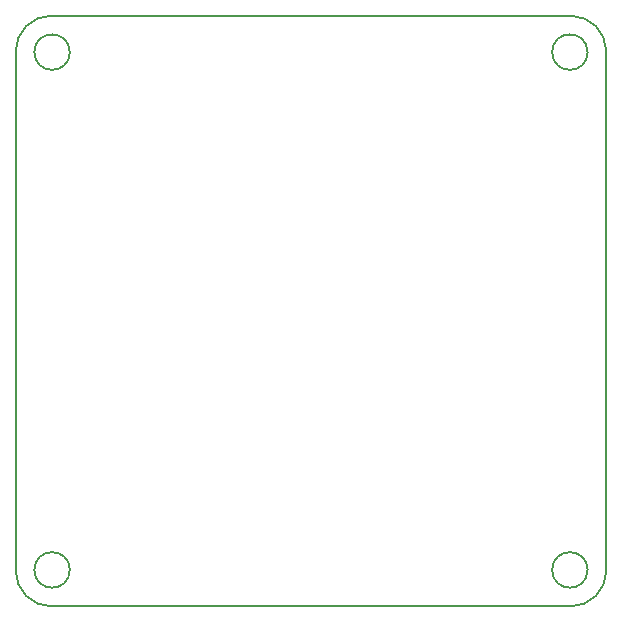
<source format=gbr>
G04 #@! TF.GenerationSoftware,KiCad,Pcbnew,(5.0.2)-1*
G04 #@! TF.CreationDate,2020-02-27T04:06:32+08:00*
G04 #@! TF.ProjectId,jointController,6a6f696e-7443-46f6-9e74-726f6c6c6572,rev?*
G04 #@! TF.SameCoordinates,Original*
G04 #@! TF.FileFunction,Profile,NP*
%FSLAX46Y46*%
G04 Gerber Fmt 4.6, Leading zero omitted, Abs format (unit mm)*
G04 Created by KiCad (PCBNEW (5.0.2)-1) date 2/27/2020 4:06:32 AM*
%MOMM*%
%LPD*%
G01*
G04 APERTURE LIST*
%ADD10C,0.150000*%
G04 APERTURE END LIST*
D10*
X172069203Y-119195364D02*
G75*
G03X172069203Y-119195364I-1500000J0D01*
G01*
X173648893Y-75275054D02*
X173648893Y-119275054D01*
X123648893Y-119275054D02*
X123648893Y-75275054D01*
X170648893Y-122275054D02*
X126648893Y-122275054D01*
X170648893Y-72275054D02*
G75*
G02X173648893Y-75275054I0J-3000000D01*
G01*
X128228583Y-75354744D02*
G75*
G03X128228583Y-75354744I-1500000J0D01*
G01*
X128228583Y-119195364D02*
G75*
G03X128228583Y-119195364I-1500000J0D01*
G01*
X126648893Y-122275054D02*
G75*
G02X123648893Y-119275054I0J3000000D01*
G01*
X123648893Y-75275054D02*
G75*
G02X126648893Y-72275054I3000000J0D01*
G01*
X172069203Y-75354744D02*
G75*
G03X172069203Y-75354744I-1500000J0D01*
G01*
X126648893Y-72275054D02*
X170648893Y-72275054D01*
X173648893Y-119275054D02*
G75*
G02X170648893Y-122275054I-3000000J0D01*
G01*
M02*

</source>
